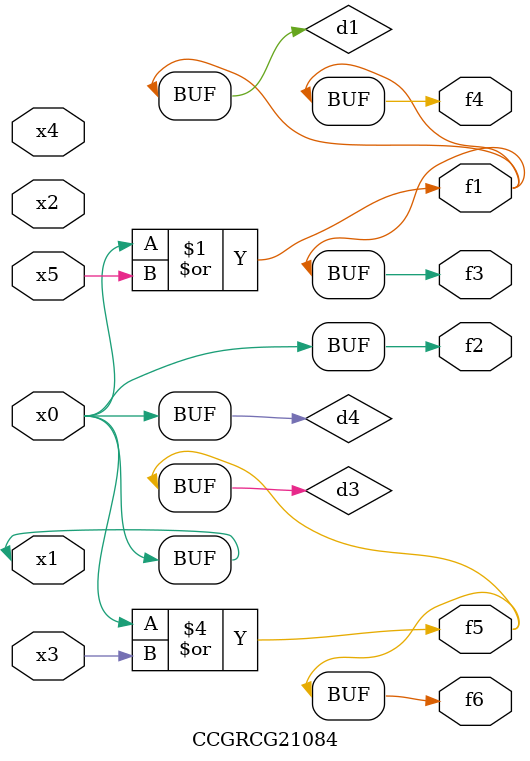
<source format=v>
module CCGRCG21084(
	input x0, x1, x2, x3, x4, x5,
	output f1, f2, f3, f4, f5, f6
);

	wire d1, d2, d3, d4;

	or (d1, x0, x5);
	xnor (d2, x1, x4);
	or (d3, x0, x3);
	buf (d4, x0, x1);
	assign f1 = d1;
	assign f2 = d4;
	assign f3 = d1;
	assign f4 = d1;
	assign f5 = d3;
	assign f6 = d3;
endmodule

</source>
